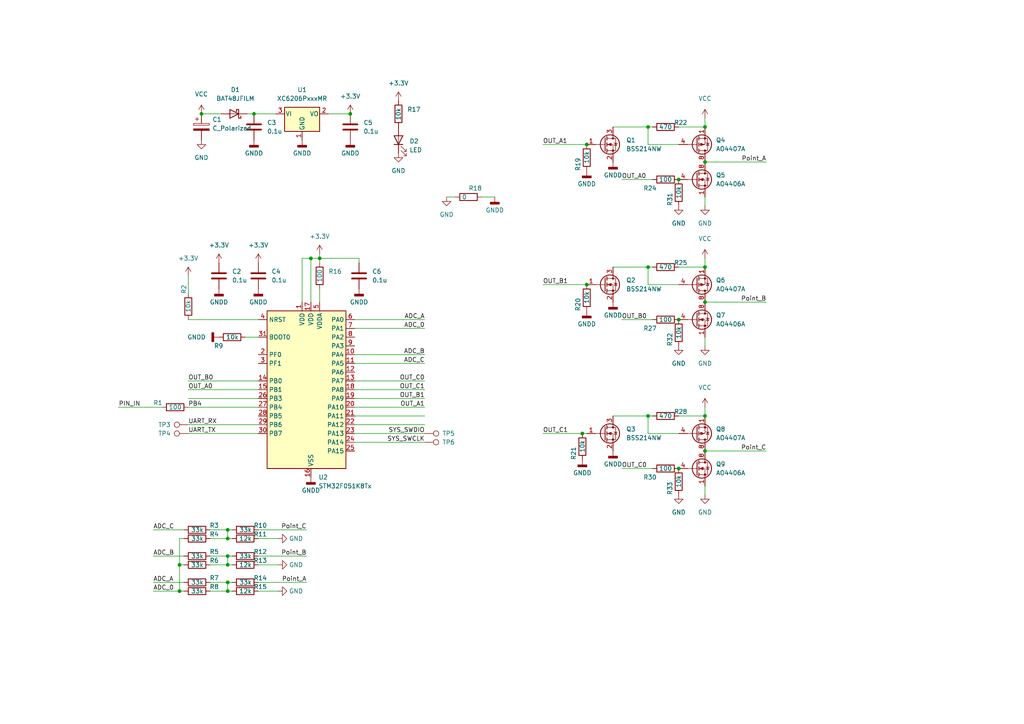
<source format=kicad_sch>
(kicad_sch (version 20230121) (generator eeschema)
  (paper "A4")
  (lib_symbols
    (symbol "Connector:TestPoint" (pin_numbers hide) (pin_names (offset 0.762) hide)
      (property "Reference" "TP" (at 0 6.858 0))
      (property "Value" "TestPoint" (at 0 5.08 0))
      (symbol "TestPoint_0_1"
        (circle (center 0 3.302) (radius 0.762))
      )
      (symbol "TestPoint_1_1"
        (pin passive line (at 0 0 90) (length 2.54) (name "1") (number "1"))
      )
    )
    (symbol "Device:C" (pin_numbers hide) (pin_names (offset 0.254))
      (property "Reference" "C" (at 0.635 2.54 0))
      (property "Value" "C" (at 0.635 -2.54 0))
      (symbol "C_0_1"
        (polyline (pts (xy -2.032 -0.762) (xy 2.032 -0.762)) (stroke (width 0.508)))
        (polyline (pts (xy -2.032 0.762) (xy 2.032 0.762)) (stroke (width 0.508)))
      )
      (symbol "C_1_1"
        (pin passive line (at 0 3.81 270) (length 2.794) (name "~") (number "1"))
        (pin passive line (at 0 -3.81 90) (length 2.794) (name "~") (number "2"))
      )
    )
    (symbol "Device:C_Polarized" (pin_numbers hide) (pin_names (offset 0.254))
      (property "Reference" "C" (at 0.635 2.54 0))
      (property "Value" "C_Polarized" (at 0.635 -2.54 0))
      (symbol "C_Polarized_0_1"
        (rectangle (start -2.286 0.508) (end 2.286 1.016))
        (polyline (pts (xy -1.778 2.286) (xy -0.762 2.286)))
        (polyline (pts (xy -1.27 2.794) (xy -1.27 1.778)))
        (rectangle (start 2.286 -0.508) (end -2.286 -1.016) (fill (type outline)))
      )
      (symbol "C_Polarized_1_1"
        (pin passive line (at 0 3.81 270) (length 2.794) (name "~") (number "1"))
        (pin passive line (at 0 -3.81 90) (length 2.794) (name "~") (number "2"))
      )
    )
    (symbol "Device:LED" (pin_numbers hide) (pin_names (offset 1.016) hide)
      (property "Reference" "D" (at 0 2.54 0))
      (property "Value" "LED" (at 0 -2.54 0))
      (symbol "LED_0_1"
        (polyline (pts (xy -1.27 -1.27) (xy -1.27 1.27)) (stroke (width 0.254)))
        (polyline (pts (xy -1.27 0) (xy 1.27 0)))
        (polyline (pts (xy 1.27 -1.27) (xy 1.27 1.27) (xy -1.27 0) (xy 1.27 -1.27)) (stroke (width 0.254)))
        (polyline (pts (xy -3.048 -0.762) (xy -4.572 -2.286) (xy -3.81 -2.286) (xy -4.572 -2.286) (xy -4.572 -1.524)))
        (polyline (pts (xy -1.778 -0.762) (xy -3.302 -2.286) (xy -2.54 -2.286) (xy -3.302 -2.286) (xy -3.302 -1.524)))
      )
      (symbol "LED_1_1"
        (pin passive line (at -3.81 0 0) (length 2.54) (name "K") (number "1"))
        (pin passive line (at 3.81 0 180) (length 2.54) (name "A") (number "2"))
      )
    )
    (symbol "Device:R" (pin_numbers hide) (pin_names (offset 0))
      (property "Reference" "R" (at 2.032 0 90))
      (property "Value" "R" (at 0 0 90))
      (symbol "R_0_1"
        (rectangle (start -1.016 -2.54) (end 1.016 2.54) (stroke (width 0.254)))
      )
      (symbol "R_1_1"
        (pin passive line (at 0 3.81 270) (length 1.27) (name "~") (number "1"))
        (pin passive line (at 0 -3.81 90) (length 1.27) (name "~") (number "2"))
      )
    )
    (symbol "Diode:BAT48JFILM" (pin_numbers hide) (pin_names (offset 1.016) hide)
      (property "Reference" "D" (at 0 2.54 0))
      (property "Value" "BAT48JFILM" (at 0 -2.54 0))
      (symbol "BAT48JFILM_0_1"
        (polyline (pts (xy 1.27 0) (xy -1.27 0)))
        (polyline (pts (xy 1.27 1.27) (xy 1.27 -1.27) (xy -1.27 0) (xy 1.27 1.27)) (stroke (width 0.254)))
        (polyline (pts (xy -1.905 0.635) (xy -1.905 1.27) (xy -1.27 1.27) (xy -1.27 -1.27) (xy -0.635 -1.27) (xy -0.635 -0.635)) (stroke (width 0.254)))
      )
      (symbol "BAT48JFILM_1_1"
        (pin passive line (at -3.81 0 0) (length 2.54) (name "K") (number "1"))
        (pin passive line (at 3.81 0 180) (length 2.54) (name "A") (number "2"))
      )
    )
    (symbol "MCU_ST_STM32F0:STM32F051K8Tx"
      (property "Reference" "U" (at -10.16 24.13 0))
      (property "Value" "STM32F051K8Tx" (at 7.62 24.13 0))
      (symbol "STM32F051K8Tx_0_1"
        (rectangle (start -10.16 -22.86) (end 12.7 22.86) (stroke (width 0.254)) (fill (type background)))
      )
      (symbol "STM32F051K8Tx_1_1"
        (pin power_in line (at 0 25.4 270) (length 2.54) (name "VDD") (number "1"))
        (pin bidirectional line (at 15.24 10.16 180) (length 2.54) (name "PA4") (number "10"))
        (pin bidirectional line (at 15.24 7.62 180) (length 2.54) (name "PA5") (number "11"))
        (pin bidirectional line (at 15.24 5.08 180) (length 2.54) (name "PA6") (number "12"))
        (pin bidirectional line (at 15.24 2.54 180) (length 2.54) (name "PA7") (number "13"))
        (pin bidirectional line (at -12.7 2.54 0) (length 2.54) (name "PB0") (number "14"))
        (pin bidirectional line (at -12.7 0 0) (length 2.54) (name "PB1") (number "15"))
        (pin power_in line (at 2.54 -25.4 90) (length 2.54) (name "VSS") (number "16"))
        (pin power_in line (at 2.54 25.4 270) (length 2.54) (name "VDD") (number "17"))
        (pin bidirectional line (at 15.24 0 180) (length 2.54) (name "PA8") (number "18"))
        (pin bidirectional line (at 15.24 -2.54 180) (length 2.54) (name "PA9") (number "19"))
        (pin bidirectional line (at -12.7 10.16 0) (length 2.54) (name "PF0") (number "2"))
        (pin bidirectional line (at 15.24 -5.08 180) (length 2.54) (name "PA10") (number "20"))
        (pin bidirectional line (at 15.24 -7.62 180) (length 2.54) (name "PA11") (number "21"))
        (pin bidirectional line (at 15.24 -10.16 180) (length 2.54) (name "PA12") (number "22"))
        (pin bidirectional line (at 15.24 -12.7 180) (length 2.54) (name "PA13") (number "23"))
        (pin bidirectional line (at 15.24 -15.24 180) (length 2.54) (name "PA14") (number "24"))
        (pin bidirectional line (at 15.24 -17.78 180) (length 2.54) (name "PA15") (number "25"))
        (pin bidirectional line (at -12.7 -2.54 0) (length 2.54) (name "PB3") (number "26"))
        (pin bidirectional line (at -12.7 -5.08 0) (length 2.54) (name "PB4") (number "27"))
        (pin bidirectional line (at -12.7 -7.62 0) (length 2.54) (name "PB5") (number "28"))
        (pin bidirectional line (at -12.7 -10.16 0) (length 2.54) (name "PB6") (number "29"))
        (pin bidirectional line (at -12.7 7.62 0) (length 2.54) (name "PF1") (number "3"))
        (pin bidirectional line (at -12.7 -12.7 0) (length 2.54) (name "PB7") (number "30"))
        (pin input line (at -12.7 15.24 0) (length 2.54) (name "BOOT0") (number "31"))
        (pin passive line (at 2.54 -25.4 90) (length 2.54) hide (name "VSS") (number "32"))
        (pin input line (at -12.7 20.32 0) (length 2.54) (name "NRST") (number "4"))
        (pin power_in line (at 5.08 25.4 270) (length 2.54) (name "VDDA") (number "5"))
        (pin bidirectional line (at 15.24 20.32 180) (length 2.54) (name "PA0") (number "6"))
        (pin bidirectional line (at 15.24 17.78 180) (length 2.54) (name "PA1") (number "7"))
        (pin bidirectional line (at 15.24 15.24 180) (length 2.54) (name "PA2") (number "8"))
        (pin bidirectional line (at 15.24 12.7 180) (length 2.54) (name "PA3") (number "9"))
      )
    )
    (symbol "Regulator_Linear:XC6206PxxxMR" (pin_names (offset 0.254))
      (property "Reference" "U" (at -3.81 3.175 0))
      (property "Value" "XC6206PxxxMR" (at 0 3.175 0))
      (symbol "XC6206PxxxMR_0_1"
        (rectangle (start -5.08 1.905) (end 5.08 -5.08) (stroke (width 0.254)) (fill (type background)))
      )
      (symbol "XC6206PxxxMR_1_1"
        (pin power_in line (at 0 -7.62 90) (length 2.54) (name "GND") (number "1"))
        (pin power_out line (at 7.62 0 180) (length 2.54) (name "VO") (number "2"))
        (pin power_in line (at -7.62 0 0) (length 2.54) (name "VI") (number "3"))
      )
    )
    (symbol "Transistor_FET:BSS214NW" (pin_names hide)
      (property "Reference" "Q" (at 5.08 1.905 0))
      (property "Value" "BSS214NW" (at 5.08 0 0))
      (symbol "BSS214NW_0_1"
        (polyline (pts (xy 0.254 0) (xy -2.54 0)))
        (polyline (pts (xy 0.254 1.905) (xy 0.254 -1.905)) (stroke (width 0.254)))
        (polyline (pts (xy 0.762 -1.27) (xy 0.762 -2.286)) (stroke (width 0.254)))
        (polyline (pts (xy 0.762 0.508) (xy 0.762 -0.508)) (stroke (width 0.254)))
        (polyline (pts (xy 0.762 2.286) (xy 0.762 1.27)) (stroke (width 0.254)))
        (polyline (pts (xy 2.54 2.54) (xy 2.54 1.778)))
        (polyline (pts (xy 2.54 -2.54) (xy 2.54 0) (xy 0.762 0)))
        (polyline (pts (xy 0.762 -1.778) (xy 3.302 -1.778) (xy 3.302 1.778) (xy 0.762 1.778)))
        (polyline (pts (xy 1.016 0) (xy 2.032 0.381) (xy 2.032 -0.381) (xy 1.016 0)) (fill (type outline)))
        (polyline (pts (xy 2.794 0.508) (xy 2.921 0.381) (xy 3.683 0.381) (xy 3.81 0.254)))
        (polyline (pts (xy 3.302 0.381) (xy 2.921 -0.254) (xy 3.683 -0.254) (xy 3.302 0.381)))
        (circle (center 1.651 0) (radius 2.794) (stroke (width 0.254)))
        (circle (center 2.54 -1.778) (radius 0.254) (fill (type outline)))
        (circle (center 2.54 1.778) (radius 0.254) (fill (type outline)))
      )
      (symbol "BSS214NW_1_1"
        (pin input line (at -5.08 0 0) (length 2.54) (name "G") (number "1"))
        (pin passive line (at 2.54 -5.08 90) (length 2.54) (name "S") (number "2"))
        (pin passive line (at 2.54 5.08 270) (length 2.54) (name "D") (number "3"))
      )
    )
    (symbol "Transistor_FET:FDS6630A" (pin_names hide)
      (property "Reference" "Q" (at 5.08 2.54 0))
      (property "Value" "FDS6630A" (at 5.08 0 0))
      (symbol "FDS6630A_0_1"
        (polyline (pts (xy 0.254 0) (xy -2.54 0)))
        (polyline (pts (xy 0.254 1.905) (xy 0.254 -1.905)) (stroke (width 0.254)))
        (polyline (pts (xy 0.762 -1.27) (xy 0.762 -2.286)) (stroke (width 0.254)))
        (polyline (pts (xy 0.762 0.508) (xy 0.762 -0.508)) (stroke (width 0.254)))
        (polyline (pts (xy 0.762 2.286) (xy 0.762 1.27)) (stroke (width 0.254)))
        (polyline (pts (xy 2.54 2.54) (xy 2.54 1.778)))
        (polyline (pts (xy 2.54 -2.54) (xy 2.54 0) (xy 0.762 0)))
        (polyline (pts (xy 0.762 -1.778) (xy 3.302 -1.778) (xy 3.302 1.778) (xy 0.762 1.778)))
        (polyline (pts (xy 1.016 0) (xy 2.032 0.381) (xy 2.032 -0.381) (xy 1.016 0)) (fill (type outline)))
        (polyline (pts (xy 2.794 0.508) (xy 2.921 0.381) (xy 3.683 0.381) (xy 3.81 0.254)))
        (polyline (pts (xy 3.302 0.381) (xy 2.921 -0.254) (xy 3.683 -0.254) (xy 3.302 0.381)))
        (circle (center 1.651 0) (radius 2.794) (stroke (width 0.254)))
        (circle (center 2.54 -1.778) (radius 0.254) (fill (type outline)))
        (circle (center 2.54 1.778) (radius 0.254) (fill (type outline)))
      )
      (symbol "FDS6630A_1_1"
        (pin passive line (at 2.54 -5.08 90) (length 2.54) (name "S") (number "1"))
        (pin passive line (at 2.54 -5.08 90) (length 2.54) hide (name "S") (number "2"))
        (pin passive line (at 2.54 -5.08 90) (length 2.54) hide (name "S") (number "3"))
        (pin input line (at -5.08 0 0) (length 2.54) (name "G") (number "4"))
        (pin passive line (at 2.54 5.08 270) (length 2.54) hide (name "D") (number "5"))
        (pin passive line (at 2.54 5.08 270) (length 2.54) hide (name "D") (number "6"))
        (pin passive line (at 2.54 5.08 270) (length 2.54) hide (name "D") (number "7"))
        (pin passive line (at 2.54 5.08 270) (length 2.54) (name "D") (number "8"))
      )
    )
    (symbol "Transistor_FET:FDS9435A" (pin_names hide)
      (property "Reference" "Q" (at 5.08 1.905 0))
      (property "Value" "FDS9435A" (at 5.08 0 0))
      (symbol "FDS9435A_0_1"
        (polyline (pts (xy 0.254 0) (xy -2.54 0)))
        (polyline (pts (xy 0.254 1.905) (xy 0.254 -1.905)) (stroke (width 0.254)))
        (polyline (pts (xy 0.762 -1.27) (xy 0.762 -2.286)) (stroke (width 0.254)))
        (polyline (pts (xy 0.762 0.508) (xy 0.762 -0.508)) (stroke (width 0.254)))
        (polyline (pts (xy 0.762 2.286) (xy 0.762 1.27)) (stroke (width 0.254)))
        (polyline (pts (xy 2.54 2.54) (xy 2.54 1.778)))
        (polyline (pts (xy 2.54 -2.54) (xy 2.54 0) (xy 0.762 0)))
        (polyline (pts (xy 0.762 1.778) (xy 3.302 1.778) (xy 3.302 -1.778) (xy 0.762 -1.778)))
        (polyline (pts (xy 2.286 0) (xy 1.27 0.381) (xy 1.27 -0.381) (xy 2.286 0)) (fill (type outline)))
        (polyline (pts (xy 2.794 -0.508) (xy 2.921 -0.381) (xy 3.683 -0.381) (xy 3.81 -0.254)))
        (polyline (pts (xy 3.302 -0.381) (xy 2.921 0.254) (xy 3.683 0.254) (xy 3.302 -0.381)))
        (circle (center 1.651 0) (radius 2.794) (stroke (width 0.254)))
        (circle (center 2.54 -1.778) (radius 0.254) (fill (type outline)))
        (circle (center 2.54 1.778) (radius 0.254) (fill (type outline)))
      )
      (symbol "FDS9435A_1_1"
        (pin passive line (at 2.54 -5.08 90) (length 2.54) (name "S") (number "1"))
        (pin passive line (at 2.54 -5.08 90) (length 2.54) hide (name "S") (number "2"))
        (pin passive line (at 2.54 -5.08 90) (length 2.54) hide (name "S") (number "3"))
        (pin passive line (at -5.08 0 0) (length 2.54) (name "G") (number "4"))
        (pin passive line (at 2.54 5.08 270) (length 2.54) hide (name "D") (number "5"))
        (pin passive line (at 2.54 5.08 270) (length 2.54) hide (name "D") (number "6"))
        (pin passive line (at 2.54 5.08 270) (length 2.54) hide (name "D") (number "7"))
        (pin passive line (at 2.54 5.08 270) (length 2.54) (name "D") (number "8"))
      )
    )
    (symbol "power:+3.3V" (power) (pin_names (offset 0))
      (property "Value" "+3.3V" (at 0 3.556 0))
      (symbol "+3.3V_0_1"
        (polyline (pts (xy -0.762 1.27) (xy 0 2.54)))
        (polyline (pts (xy 0 0) (xy 0 2.54)))
        (polyline (pts (xy 0 2.54) (xy 0.762 1.27)))
      )
      (symbol "+3.3V_1_1"
        (pin power_in line (at 0 0 90) (length 0) hide (name "+3.3V") (number "1"))
      )
    )
    (symbol "power:GND" (power) (pin_names (offset 0))
      (property "Value" "GND" (at 0 -3.81 0))
      (symbol "GND_0_1"
        (polyline (pts (xy 0 0) (xy 0 -1.27) (xy 1.27 -1.27) (xy 0 -2.54) (xy -1.27 -1.27) (xy 0 -1.27)))
      )
      (symbol "GND_1_1"
        (pin power_in line (at 0 0 270) (length 0) hide (name "GND") (number "1"))
      )
    )
    (symbol "power:GNDD" (power) (pin_names (offset 0))
      (property "Value" "GNDD" (at 0 -3.175 0))
      (symbol "GNDD_0_1"
        (rectangle (start -1.27 -1.524) (end 1.27 -2.032) (stroke (width 0.254)) (fill (type outline)))
        (polyline (pts (xy 0 0) (xy 0 -1.524)))
      )
      (symbol "GNDD_1_1"
        (pin power_in line (at 0 0 270) (length 0) hide (name "GNDD") (number "1"))
      )
    )
    (symbol "power:VCC" (power) (pin_names (offset 0))
      (property "Value" "VCC" (at 0 3.81 0))
      (symbol "VCC_0_1"
        (polyline (pts (xy -0.762 1.27) (xy 0 2.54)))
        (polyline (pts (xy 0 0) (xy 0 2.54)))
        (polyline (pts (xy 0 2.54) (xy 0.762 1.27)))
      )
      (symbol "VCC_1_1"
        (pin power_in line (at 0 0 90) (length 0) hide (name "VCC") (number "1"))
      )
    )
  )
  (junction (at 204.47 120.65))
  (junction (at 73.66 33.02))
  (junction (at 52.07 163.83))
  (junction (at 204.47 130.81))
  (junction (at 168.91 125.73))
  (junction (at 187.96 36.83))
  (junction (at 196.85 52.07))
  (junction (at 204.47 77.47))
  (junction (at 187.96 120.65))
  (junction (at 90.17 74.93))
  (junction (at 52.07 171.45))
  (junction (at 58.42 33.02))
  (junction (at 101.6 33.02))
  (junction (at 187.96 77.47))
  (junction (at 170.18 41.91))
  (junction (at 66.04 163.83))
  (junction (at 66.04 156.21))
  (junction (at 196.85 92.71))
  (junction (at 66.04 168.91))
  (junction (at 66.04 171.45))
  (junction (at 66.04 161.29))
  (junction (at 170.18 82.55))
  (junction (at 204.47 87.63))
  (junction (at 92.71 74.93))
  (junction (at 204.47 36.83))
  (junction (at 66.04 153.67))
  (junction (at 196.85 135.89))
  (junction (at 204.47 46.99))
  (wire (pts (xy 44.45 153.67) (xy 53.34 153.67)))
  (wire (pts (xy 102.87 128.27) (xy 123.19 128.27)))
  (wire (pts (xy 102.87 118.11) (xy 123.19 118.11)))
  (wire (pts (xy 66.04 161.29) (xy 66.04 163.83)))
  (wire (pts (xy 157.48 41.91) (xy 170.18 41.91)))
  (wire (pts (xy 44.45 161.29) (xy 53.34 161.29)))
  (wire (pts (xy 60.96 153.67) (xy 66.04 153.67)))
  (wire (pts (xy 54.61 115.57) (xy 74.93 115.57)))
  (wire (pts (xy 71.12 97.79) (xy 74.93 97.79)))
  (wire (pts (xy 73.66 33.02) (xy 80.01 33.02)))
  (wire (pts (xy 87.63 74.93) (xy 87.63 87.63)))
  (wire (pts (xy 60.96 163.83) (xy 66.04 163.83)))
  (wire (pts (xy 187.96 41.91) (xy 196.85 41.91)))
  (wire (pts (xy 180.34 52.07) (xy 189.23 52.07)))
  (wire (pts (xy 34.29 118.11) (xy 46.99 118.11)))
  (wire (pts (xy 177.8 36.83) (xy 187.96 36.83)))
  (wire (pts (xy 58.42 33.02) (xy 64.135 33.02)))
  (wire (pts (xy 92.71 83.82) (xy 92.71 87.63)))
  (wire (pts (xy 204.47 34.29) (xy 204.47 36.83)))
  (wire (pts (xy 102.87 102.87) (xy 123.19 102.87)))
  (wire (pts (xy 187.96 125.73) (xy 196.85 125.73)))
  (wire (pts (xy 168.91 125.73) (xy 170.18 125.73)))
  (wire (pts (xy 60.96 161.29) (xy 66.04 161.29)))
  (wire (pts (xy 187.96 125.73) (xy 187.96 120.65)))
  (wire (pts (xy 52.07 163.83) (xy 53.34 163.83)))
  (wire (pts (xy 90.17 74.93) (xy 87.63 74.93)))
  (wire (pts (xy 196.85 120.65) (xy 204.47 120.65)))
  (wire (pts (xy 54.61 92.71) (xy 74.93 92.71)))
  (wire (pts (xy 74.93 161.29) (xy 88.9 161.29)))
  (wire (pts (xy 66.04 153.67) (xy 67.31 153.67)))
  (wire (pts (xy 102.87 125.73) (xy 123.19 125.73)))
  (wire (pts (xy 90.17 74.93) (xy 90.17 87.63)))
  (wire (pts (xy 187.96 77.47) (xy 189.23 77.47)))
  (wire (pts (xy 53.34 156.21) (xy 52.07 156.21)))
  (wire (pts (xy 66.04 156.21) (xy 67.31 156.21)))
  (wire (pts (xy 143.51 57.15) (xy 139.7 57.15)))
  (wire (pts (xy 52.07 163.83) (xy 52.07 171.45)))
  (wire (pts (xy 54.61 80.01) (xy 54.61 85.09)))
  (wire (pts (xy 187.96 36.83) (xy 189.23 36.83)))
  (wire (pts (xy 187.96 41.91) (xy 187.96 36.83)))
  (wire (pts (xy 92.71 74.93) (xy 90.17 74.93)))
  (wire (pts (xy 74.93 153.67) (xy 88.9 153.67)))
  (wire (pts (xy 66.04 168.91) (xy 67.31 168.91)))
  (wire (pts (xy 66.04 153.67) (xy 66.04 156.21)))
  (wire (pts (xy 102.87 105.41) (xy 123.19 105.41)))
  (wire (pts (xy 44.45 171.45) (xy 52.07 171.45)))
  (wire (pts (xy 204.47 74.93) (xy 204.47 77.47)))
  (wire (pts (xy 54.61 118.11) (xy 74.93 118.11)))
  (wire (pts (xy 129.54 57.15) (xy 132.08 57.15)))
  (wire (pts (xy 54.61 110.49) (xy 74.93 110.49)))
  (wire (pts (xy 104.14 76.2) (xy 104.14 74.93)))
  (wire (pts (xy 102.87 120.65) (xy 123.19 120.65)))
  (wire (pts (xy 102.87 123.19) (xy 123.19 123.19)))
  (wire (pts (xy 74.93 171.45) (xy 80.645 171.45)))
  (wire (pts (xy 71.755 33.02) (xy 73.66 33.02)))
  (wire (pts (xy 52.07 156.21) (xy 52.07 163.83)))
  (wire (pts (xy 187.96 82.55) (xy 187.96 77.47)))
  (wire (pts (xy 54.61 125.73) (xy 74.93 125.73)))
  (wire (pts (xy 66.04 163.83) (xy 67.31 163.83)))
  (wire (pts (xy 102.87 95.25) (xy 123.19 95.25)))
  (wire (pts (xy 157.48 82.55) (xy 170.18 82.55)))
  (wire (pts (xy 54.61 123.19) (xy 74.93 123.19)))
  (wire (pts (xy 196.85 36.83) (xy 204.47 36.83)))
  (wire (pts (xy 60.96 171.45) (xy 66.04 171.45)))
  (wire (pts (xy 44.45 168.91) (xy 53.34 168.91)))
  (wire (pts (xy 92.71 74.93) (xy 92.71 73.66)))
  (wire (pts (xy 66.04 171.45) (xy 67.31 171.45)))
  (wire (pts (xy 74.93 168.91) (xy 88.9 168.91)))
  (wire (pts (xy 104.14 74.93) (xy 92.71 74.93)))
  (wire (pts (xy 204.47 57.15) (xy 204.47 59.69)))
  (wire (pts (xy 102.87 110.49) (xy 123.19 110.49)))
  (wire (pts (xy 177.8 77.47) (xy 187.96 77.47)))
  (wire (pts (xy 102.87 92.71) (xy 123.19 92.71)))
  (wire (pts (xy 204.47 97.79) (xy 204.47 100.33)))
  (wire (pts (xy 74.93 163.83) (xy 80.645 163.83)))
  (wire (pts (xy 204.47 87.63) (xy 222.25 87.63)))
  (wire (pts (xy 204.47 140.97) (xy 204.47 143.51)))
  (wire (pts (xy 102.87 115.57) (xy 123.19 115.57)))
  (wire (pts (xy 204.47 118.11) (xy 204.47 120.65)))
  (wire (pts (xy 74.93 156.21) (xy 80.645 156.21)))
  (wire (pts (xy 187.96 120.65) (xy 189.23 120.65)))
  (wire (pts (xy 180.34 92.71) (xy 189.23 92.71)))
  (wire (pts (xy 180.34 135.89) (xy 189.23 135.89)))
  (wire (pts (xy 177.8 120.65) (xy 187.96 120.65)))
  (wire (pts (xy 66.04 161.29) (xy 67.31 161.29)))
  (wire (pts (xy 157.48 125.73) (xy 168.91 125.73)))
  (wire (pts (xy 52.07 171.45) (xy 53.34 171.45)))
  (wire (pts (xy 102.87 113.03) (xy 123.19 113.03)))
  (wire (pts (xy 66.04 168.91) (xy 66.04 171.45)))
  (wire (pts (xy 95.25 33.02) (xy 101.6 33.02)))
  (wire (pts (xy 204.47 46.99) (xy 222.25 46.99)))
  (wire (pts (xy 92.71 76.2) (xy 92.71 74.93)))
  (wire (pts (xy 60.96 168.91) (xy 66.04 168.91)))
  (wire (pts (xy 204.47 130.81) (xy 222.25 130.81)))
  (wire (pts (xy 54.61 113.03) (xy 74.93 113.03)))
  (wire (pts (xy 60.96 156.21) (xy 66.04 156.21)))
  (wire (pts (xy 187.96 82.55) (xy 196.85 82.55)))
  (wire (pts (xy 196.85 77.47) (xy 204.47 77.47)))
  (label "Point_A" (at 222.25 46.99 180))
  (label "ADC_A" (at 123.19 92.71 180))
  (label "ADC_B" (at 123.19 102.87 180))
  (label "ADC_C" (at 123.19 105.41 180))
  (label "PIN_IN" (at 34.4208 118.11 0))
  (label "OUT_B1" (at 157.48 82.55 0))
  (label "OUT_A0" (at 180.34 52.07 0))
  (label "ADC_0" (at 123.19 95.25 180))
  (label "OUT_C0" (at 180.34 135.89 0))
  (label "Point_B" (at 222.25 87.63 180))
  (label "OUT_A1" (at 157.48 41.91 0))
  (label "Point_C" (at 222.25 130.81 180))
  (label "UART_RX" (at 54.61 123.19 0))
  (label "SYS_SWDIO" (at 123.19 125.73 180))
  (label "Point_A" (at 88.9 168.91 180))
  (label "ADC_0" (at 44.45 171.45 0))
  (label "ADC_C" (at 44.45 153.67 0))
  (label "OUT_C1" (at 157.48 125.73 0))
  (label "OUT_A1" (at 123.19 118.11 180))
  (label "OUT_C0" (at 123.19 110.49 180))
  (label "ADC_B" (at 44.45 161.29 0))
  (label "Point_B" (at 88.9 161.29 180))
  (label "UART_TX" (at 54.61 125.73 0))
  (label "Point_C" (at 88.9 153.67 180))
  (label "ADC_A" (at 44.45 168.91 0))
  (label "OUT_B1" (at 123.19 115.57 180))
  (label "SYS_SWCLK" (at 123.19 128.27 180))
  (label "OUT_B0" (at 180.34 92.71 0))
  (label "OUT_C1" (at 123.19 113.03 180))
  (label "PB4" (at 54.61 118.11 0))
  (label "OUT_B0" (at 54.61 110.49 0))
  (label "OUT_A0" (at 54.61 113.03 0))
  (symbol (lib_id "power:+3.3V") (at 74.93 76.2 0) (unit 1)
    (property "Reference" "#PWR08" (effects hide))
    (property "Value" "+3.3V" (at 74.93 71.12 0))
  )
  (symbol (lib_id "power:GNDD") (at 74.93 83.82 0) (unit 1)
    (property "Reference" "#PWR09" (effects hide))
    (property "Value" "GNDD" (at 74.93 87.63 0))
  )
  (symbol (lib_id "power:GND") (at 196.85 143.51 0) (unit 1)
    (property "Reference" "#PWR031" (effects hide))
    (property "Value" "GND" (at 196.85 148.59 0))
  )
  (symbol (lib_id "power:+3.3V") (at 92.71 73.66 0) (unit 1)
    (property "Reference" "#PWR015" (effects hide))
    (property "Value" "+3.3V" (at 92.71 68.58 0))
  )
  (symbol (lib_id "power:GND") (at 115.57 44.45 0) (unit 1)
    (property "Reference" "#PWR020" (effects hide))
    (property "Value" "GND" (at 115.57 49.53 0))
  )
  (symbol (lib_id "power:GNDD") (at 101.6 40.64 0) (unit 1)
    (property "Reference" "#PWR017" (effects hide))
    (property "Value" "GNDD" (at 101.6 44.45 0))
  )
  (symbol (lib_id "Device:R") (at 135.89 57.15 270) (mirror x) (unit 1)
    (property "Reference" "R18" (at 135.89 54.61 90) (effects (justify left)))
    (property "Value" "0" (at 133.985 57.15 90) (effects (justify left)))
    (property "Footprint" "Resistor_SMD:R_0402_1005Metric" (effects hide))
  )
  (symbol (lib_id "Device:C_Polarized") (at 58.42 36.83 0) (unit 1)
    (property "Reference" "C1" (at 61.595 34.6709 0) (effects (justify left)))
    (property "Value" "C_Polarized" (at 61.595 37.2109 0) (effects (justify left)))
    (property "Footprint" "Capacitor_Tantalum_SMD:CP_EIA-6032-28_Kemet-C" (effects hide))
  )
  (symbol (lib_id "Device:R") (at 57.15 163.83 90) (unit 1)
    (property "Reference" "R6" (at 63.5 162.56 90) (effects (justify left)))
    (property "Value" "33k" (at 59.055 163.83 90) (effects (justify left)))
    (property "Footprint" "Resistor_SMD:R_0402_1005Metric" (effects hide))
  )
  (symbol (lib_id "Device:R") (at 196.85 139.7 180) (unit 1)
    (property "Reference" "R33" (at 194.31 139.7 90) (effects (justify left)))
    (property "Value" "10k" (at 196.85 137.795 90) (effects (justify left)))
    (property "Footprint" "Resistor_SMD:R_0402_1005Metric" (effects hide))
  )
  (symbol (lib_id "Connector:TestPoint") (at 54.61 123.19 90) (mirror x) (unit 1)
    (property "Reference" "TP3" (at 49.53 123.19 90) (effects (justify left)))
    (property "Value" "TestPoint" (effects hide))
    (property "Footprint" "TestPoint:TestPoint_Pad_D1.0mm" (effects hide))
  )
  (symbol (lib_id "Device:R") (at 193.04 77.47 90) (unit 1)
    (property "Reference" "R25" (at 199.39 76.2 90) (effects (justify left)))
    (property "Value" "470" (at 194.945 77.47 90) (effects (justify left)))
    (property "Footprint" "Resistor_SMD:R_0402_1005Metric" (effects hide))
  )
  (symbol (lib_id "power:GND") (at 80.645 156.21 90) (unit 1)
    (property "Reference" "#PWR010" (effects hide))
    (property "Value" "GND" (at 83.82 156.2099 90) (effects (justify right)))
  )
  (symbol (lib_id "Transistor_FET:BSS214NW") (at 175.26 82.55 0) (unit 1)
    (property "Reference" "Q2" (at 181.61 81.28 0) (effects (justify left)))
    (property "Value" "BSS214NW" (at 181.61 83.82 0) (effects (justify left)))
    (property "Footprint" "Package_TO_SOT_SMD:SOT-323_SC-70" (effects hide))
    (property "Datasheet" "https://www.infineon.com/dgdl/Infineon-BSS214NW-DS-v02_02-en.pdf?fileId=db3a30431b3e89eb011b695aebc01bde" (effects hide))
  )
  (symbol (lib_id "Device:R") (at 54.61 88.9 180) (unit 1)
    (property "Reference" "R2" (at 53.34 82.55 90) (effects (justify left)))
    (property "Value" "10k" (at 54.61 86.995 90) (effects (justify left)))
    (property "Footprint" "Resistor_SMD:R_0402_1005Metric" (effects hide))
  )
  (symbol (lib_id "Device:LED") (at 115.57 40.64 90) (unit 1)
    (property "Reference" "D2" (at 118.745 40.9574 90) (effects (justify right)))
    (property "Value" "LED" (at 118.745 43.4974 90) (effects (justify right)))
    (property "Footprint" "LED_SMD:LED_0805_2012Metric" (effects hide))
  )
  (symbol (lib_id "power:VCC") (at 204.47 118.11 0) (unit 1)
    (property "Reference" "#PWR036" (effects hide))
    (property "Value" "VCC" (at 204.47 112.395 0))
  )
  (symbol (lib_id "Connector:TestPoint") (at 123.19 125.73 270) (unit 1)
    (property "Reference" "TP5" (at 128.27 125.73 90) (effects (justify left)))
    (property "Value" "TestPoint" (effects hide))
    (property "Footprint" "TestPoint:TestPoint_Pad_D1.0mm" (effects hide))
  )
  (symbol (lib_id "Device:C") (at 73.66 36.83 0) (unit 1)
    (property "Reference" "C3" (at 77.47 35.5599 0) (effects (justify left)))
    (property "Value" "0.1u" (at 77.47 38.0999 0) (effects (justify left)))
    (property "Footprint" "Capacitor_SMD:C_0402_1005Metric" (effects hide))
  )
  (symbol (lib_id "Device:R") (at 57.15 156.21 90) (unit 1)
    (property "Reference" "R4" (at 63.5 154.94 90) (effects (justify left)))
    (property "Value" "33k" (at 59.055 156.21 90) (effects (justify left)))
    (property "Footprint" "Resistor_SMD:R_0402_1005Metric" (effects hide))
  )
  (symbol (lib_id "Device:R") (at 193.04 135.89 90) (unit 1)
    (property "Reference" "R30" (at 190.5 138.43 90) (effects (justify left)))
    (property "Value" "100" (at 194.945 135.89 90) (effects (justify left)))
    (property "Footprint" "Resistor_SMD:R_0402_1005Metric" (effects hide))
  )
  (symbol (lib_id "Device:R") (at 170.18 45.72 180) (unit 1)
    (property "Reference" "R19" (at 167.64 45.72 90) (effects (justify left)))
    (property "Value" "10k" (at 170.18 43.815 90) (effects (justify left)))
    (property "Footprint" "Resistor_SMD:R_0402_1005Metric" (effects hide))
  )
  (symbol (lib_id "power:VCC") (at 204.47 34.29 0) (unit 1)
    (property "Reference" "#PWR032" (effects hide))
    (property "Value" "VCC" (at 204.47 28.575 0))
  )
  (symbol (lib_id "Device:R") (at 71.12 156.21 90) (unit 1)
    (property "Reference" "R11" (at 77.47 154.94 90) (effects (justify left)))
    (property "Value" "12k" (at 73.025 156.21 90) (effects (justify left)))
    (property "Footprint" "Resistor_SMD:R_0402_1005Metric" (effects hide))
  )
  (symbol (lib_id "Transistor_FET:FDS6630A") (at 201.93 92.71 0) (unit 1)
    (property "Reference" "Q7" (at 207.645 91.44 0) (effects (justify left)))
    (property "Value" "AO4406A" (at 207.645 93.98 0) (effects (justify left)))
    (property "Footprint" "Package_SO:SOIC-8_3.9x4.9mm_P1.27mm" (effects hide))
    (property "Datasheet" "http://www.onsemi.com/pub/Collateral/FDS6630A-D.pdf" (effects hide))
  )
  (symbol (lib_id "power:GND") (at 58.42 40.64 0) (unit 1)
    (property "Reference" "#PWR03" (effects hide))
    (property "Value" "GND" (at 58.42 45.72 0))
  )
  (symbol (lib_id "Device:R") (at 57.15 153.67 90) (unit 1)
    (property "Reference" "R3" (at 63.5 152.4 90) (effects (justify left)))
    (property "Value" "33k" (at 59.055 153.67 90) (effects (justify left)))
    (property "Footprint" "Resistor_SMD:R_0402_1005Metric" (effects hide))
  )
  (symbol (lib_id "power:GNDD") (at 90.17 138.43 0) (unit 1)
    (property "Reference" "#PWR014" (effects hide))
    (property "Value" "GNDD" (at 90.17 142.24 0))
  )
  (symbol (lib_id "power:GNDD") (at 177.8 130.81 0) (unit 1)
    (property "Reference" "#PWR024" (effects hide))
    (property "Value" "GNDD" (at 177.8 134.62 0))
  )
  (symbol (lib_id "Device:R") (at 92.71 80.01 0) (unit 1)
    (property "Reference" "R16" (at 95.25 78.7399 0) (effects (justify left)))
    (property "Value" "100" (at 92.71 81.915 90) (effects (justify left)))
    (property "Footprint" "Resistor_SMD:R_0402_1005Metric" (effects hide))
  )
  (symbol (lib_id "power:+3.3V") (at 54.61 80.01 0) (unit 1)
    (property "Reference" "#PWR01" (effects hide))
    (property "Value" "+3.3V" (at 54.61 74.93 0))
  )
  (symbol (lib_id "Connector:TestPoint") (at 54.61 125.73 90) (mirror x) (unit 1)
    (property "Reference" "TP4" (at 49.53 125.73 90) (effects (justify left)))
    (property "Value" "TestPoint" (effects hide))
    (property "Footprint" "TestPoint:TestPoint_Pad_D1.0mm" (effects hide))
  )
  (symbol (lib_id "Device:R") (at 71.12 168.91 90) (unit 1)
    (property "Reference" "R14" (at 77.47 167.64 90) (effects (justify left)))
    (property "Value" "33k" (at 73.025 168.91 90) (effects (justify left)))
    (property "Footprint" "Resistor_SMD:R_0402_1005Metric" (effects hide))
  )
  (symbol (lib_id "Device:R") (at 57.15 171.45 90) (unit 1)
    (property "Reference" "R8" (at 63.5 170.18 90) (effects (justify left)))
    (property "Value" "33k" (at 59.055 171.45 90) (effects (justify left)))
    (property "Footprint" "Resistor_SMD:R_0402_1005Metric" (effects hide))
  )
  (symbol (lib_id "power:GNDD") (at 73.66 40.64 0) (unit 1)
    (property "Reference" "#PWR07" (effects hide))
    (property "Value" "GNDD" (at 73.66 44.45 0))
  )
  (symbol (lib_id "Device:R") (at 196.85 55.88 180) (unit 1)
    (property "Reference" "R31" (at 194.31 55.88 90) (effects (justify left)))
    (property "Value" "10k" (at 196.85 53.975 90) (effects (justify left)))
    (property "Footprint" "Resistor_SMD:R_0402_1005Metric" (effects hide))
  )
  (symbol (lib_id "power:+3.3V") (at 63.5 76.2 0) (unit 1)
    (property "Reference" "#PWR04" (effects hide))
    (property "Value" "+3.3V" (at 63.5 71.12 0))
  )
  (symbol (lib_id "power:+3.3V") (at 101.6 33.02 0) (unit 1)
    (property "Reference" "#PWR016" (effects hide))
    (property "Value" "+3.3V" (at 101.6 27.94 0))
  )
  (symbol (lib_id "Device:R") (at 57.15 161.29 90) (unit 1)
    (property "Reference" "R5" (at 63.5 160.02 90) (effects (justify left)))
    (property "Value" "33k" (at 59.055 161.29 90) (effects (justify left)))
    (property "Footprint" "Resistor_SMD:R_0402_1005Metric" (effects hide))
  )
  (symbol (lib_id "Device:R") (at 193.04 36.83 90) (unit 1)
    (property "Reference" "R22" (at 199.39 35.56 90) (effects (justify left)))
    (property "Value" "470" (at 194.945 36.83 90) (effects (justify left)))
    (property "Footprint" "Resistor_SMD:R_0402_1005Metric" (effects hide))
  )
  (symbol (lib_id "power:GND") (at 204.47 100.33 0) (unit 1)
    (property "Reference" "#PWR035" (effects hide))
    (property "Value" "GND" (at 204.47 105.41 0))
  )
  (symbol (lib_id "Device:R") (at 193.04 92.71 90) (unit 1)
    (property "Reference" "R27" (at 190.5 95.25 90) (effects (justify left)))
    (property "Value" "100" (at 194.945 92.71 90) (effects (justify left)))
    (property "Footprint" "Resistor_SMD:R_0402_1005Metric" (effects hide))
  )
  (symbol (lib_id "power:VCC") (at 58.42 33.02 0) (unit 1)
    (property "Reference" "#PWR02" (effects hide))
    (property "Value" "VCC" (at 58.42 27.305 0))
  )
  (symbol (lib_id "power:GNDD") (at 170.18 49.53 0) (unit 1)
    (property "Reference" "#PWR027" (effects hide))
    (property "Value" "GNDD" (at 170.18 53.34 0))
  )
  (symbol (lib_id "Transistor_FET:BSS214NW") (at 175.26 41.91 0) (unit 1)
    (property "Reference" "Q1" (at 181.61 40.64 0) (effects (justify left)))
    (property "Value" "BSS214NW" (at 181.61 43.18 0) (effects (justify left)))
    (property "Footprint" "Package_TO_SOT_SMD:SOT-323_SC-70" (effects hide))
    (property "Datasheet" "https://www.infineon.com/dgdl/Infineon-BSS214NW-DS-v02_02-en.pdf?fileId=db3a30431b3e89eb011b695aebc01bde" (effects hide))
  )
  (symbol (lib_id "power:GNDD") (at 170.18 90.17 0) (unit 1)
    (property "Reference" "#PWR025" (effects hide))
    (property "Value" "GNDD" (at 170.18 93.98 0))
  )
  (symbol (lib_id "Transistor_FET:FDS6630A") (at 201.93 135.89 0) (unit 1)
    (property "Reference" "Q9" (at 207.645 134.62 0) (effects (justify left)))
    (property "Value" "AO4406A" (at 207.645 137.16 0) (effects (justify left)))
    (property "Footprint" "Package_SO:SOIC-8_3.9x4.9mm_P1.27mm" (effects hide))
    (property "Datasheet" "http://www.onsemi.com/pub/Collateral/FDS6630A-D.pdf" (effects hide))
  )
  (symbol (lib_id "Device:R") (at 50.8 118.11 270) (mirror x) (unit 1)
    (property "Reference" "R1" (at 44.45 116.84 90) (effects (justify left)))
    (property "Value" "100" (at 48.895 118.11 90) (effects (justify left)))
    (property "Footprint" "Resistor_SMD:R_0402_1005Metric" (effects hide))
  )
  (symbol (lib_id "power:GND") (at 80.645 171.45 90) (unit 1)
    (property "Reference" "#PWR012" (effects hide))
    (property "Value" "GND" (at 83.82 171.4499 90) (effects (justify right)))
  )
  (symbol (lib_id "Device:C") (at 74.93 80.01 180) (unit 1)
    (property "Reference" "C4" (at 78.74 78.74 0) (effects (justify right)))
    (property "Value" "0.1u" (at 78.74 81.28 0) (effects (justify right)))
    (property "Footprint" "Capacitor_SMD:C_0402_1005Metric" (effects hide))
  )
  (symbol (lib_id "Device:R") (at 71.12 153.67 90) (unit 1)
    (property "Reference" "R10" (at 77.47 152.4 90) (effects (justify left)))
    (property "Value" "33k" (at 73.025 153.67 90) (effects (justify left)))
    (property "Footprint" "Resistor_SMD:R_0402_1005Metric" (effects hide))
  )
  (symbol (lib_id "power:GND") (at 196.85 59.69 0) (unit 1)
    (property "Reference" "#PWR029" (effects hide))
    (property "Value" "GND" (at 196.85 64.77 0))
  )
  (symbol (lib_id "Device:R") (at 67.31 97.79 90) (unit 1)
    (property "Reference" "R9" (at 64.77 100.33 90) (effects (justify left)))
    (property "Value" "10k" (at 69.215 97.79 90) (effects (justify left)))
    (property "Footprint" "Resistor_SMD:R_0402_1005Metric" (effects hide))
  )
  (symbol (lib_id "power:GNDD") (at 87.63 40.64 0) (unit 1)
    (property "Reference" "#PWR013" (effects hide))
    (property "Value" "GNDD" (at 87.63 44.45 0))
  )
  (symbol (lib_id "Transistor_FET:FDS9435A") (at 201.93 82.55 0) (mirror x) (unit 1)
    (property "Reference" "Q6" (at 207.645 81.28 0) (effects (justify left)))
    (property "Value" "AO4407A" (at 207.645 83.82 0) (effects (justify left)))
    (property "Footprint" "Package_SO:SOIC-8_3.9x4.9mm_P1.27mm" (effects hide))
    (property "Datasheet" "https://www.onsemi.com/pub/Collateral/FDS9435A-D.PDF" (effects hide))
  )
  (symbol (lib_id "power:GND") (at 204.47 143.51 0) (unit 1)
    (property "Reference" "#PWR037" (effects hide))
    (property "Value" "GND" (at 204.47 148.59 0))
  )
  (symbol (lib_id "power:GND") (at 196.85 100.33 0) (unit 1)
    (property "Reference" "#PWR030" (effects hide))
    (property "Value" "GND" (at 196.85 105.41 0))
  )
  (symbol (lib_id "Device:R") (at 170.18 86.36 180) (unit 1)
    (property "Reference" "R20" (at 167.64 86.36 90) (effects (justify left)))
    (property "Value" "10k" (at 170.18 84.455 90) (effects (justify left)))
    (property "Footprint" "Resistor_SMD:R_0402_1005Metric" (effects hide))
  )
  (symbol (lib_id "power:GNDD") (at 177.8 46.99 0) (unit 1)
    (property "Reference" "#PWR028" (effects hide))
    (property "Value" "GNDD" (at 177.8 50.8 0))
  )
  (symbol (lib_id "power:+3.3V") (at 115.57 29.21 0) (unit 1)
    (property "Reference" "#PWR019" (effects hide))
    (property "Value" "+3.3V" (at 115.57 24.13 0))
  )
  (symbol (lib_id "power:GNDD") (at 63.5 97.79 270) (unit 1)
    (property "Reference" "#PWR06" (effects hide))
    (property "Value" "GNDD" (at 59.69 97.79 90) (effects (justify right)))
  )
  (symbol (lib_id "power:GNDD") (at 63.5 83.82 0) (unit 1)
    (property "Reference" "#PWR05" (effects hide))
    (property "Value" "GNDD" (at 63.5 87.63 0))
  )
  (symbol (lib_id "Device:R") (at 193.04 52.07 90) (unit 1)
    (property "Reference" "R24" (at 190.5 54.61 90) (effects (justify left)))
    (property "Value" "100" (at 194.945 52.07 90) (effects (justify left)))
    (property "Footprint" "Resistor_SMD:R_0402_1005Metric" (effects hide))
  )
  (symbol (lib_id "power:GNDD") (at 104.14 83.82 0) (unit 1)
    (property "Reference" "#PWR018" (effects hide))
    (property "Value" "GNDD" (at 104.14 87.63 0))
  )
  (symbol (lib_id "Device:R") (at 71.12 171.45 90) (unit 1)
    (property "Reference" "R15" (at 77.47 170.18 90) (effects (justify left)))
    (property "Value" "12k" (at 73.025 171.45 90) (effects (justify left)))
    (property "Footprint" "Resistor_SMD:R_0402_1005Metric" (effects hide))
  )
  (symbol (lib_id "Transistor_FET:FDS9435A") (at 201.93 41.91 0) (mirror x) (unit 1)
    (property "Reference" "Q4" (at 207.645 40.64 0) (effects (justify left)))
    (property "Value" "AO4407A" (at 207.645 43.18 0) (effects (justify left)))
    (property "Footprint" "Package_SO:SOIC-8_3.9x4.9mm_P1.27mm" (effects hide))
    (property "Datasheet" "https://www.onsemi.com/pub/Collateral/FDS9435A-D.PDF" (effects hide))
  )
  (symbol (lib_id "power:GNDD") (at 177.8 87.63 0) (unit 1)
    (property "Reference" "#PWR026" (effects hide))
    (property "Value" "GNDD" (at 177.8 91.44 0))
  )
  (symbol (lib_id "power:VCC") (at 204.47 74.93 0) (unit 1)
    (property "Reference" "#PWR034" (effects hide))
    (property "Value" "VCC" (at 204.47 69.215 0))
  )
  (symbol (lib_id "power:GND") (at 129.54 57.15 0) (mirror y) (unit 1)
    (property "Reference" "#PWR022" (effects hide))
    (property "Value" "GND" (at 129.54 62.23 0))
  )
  (symbol (lib_id "Device:C") (at 63.5 80.01 180) (unit 1)
    (property "Reference" "C2" (at 67.31 78.74 0) (effects (justify right)))
    (property "Value" "0.1u" (at 67.31 81.28 0) (effects (justify right)))
    (property "Footprint" "Capacitor_SMD:C_0402_1005Metric" (effects hide))
  )
  (symbol (lib_id "Device:R") (at 196.85 96.52 180) (unit 1)
    (property "Reference" "R32" (at 194.31 96.52 90) (effects (justify left)))
    (property "Value" "10k" (at 196.85 94.615 90) (effects (justify left)))
    (property "Footprint" "Resistor_SMD:R_0402_1005Metric" (effects hide))
  )
  (symbol (lib_id "Device:R") (at 71.12 163.83 90) (unit 1)
    (property "Reference" "R13" (at 77.47 162.56 90) (effects (justify left)))
    (property "Value" "12k" (at 73.025 163.83 90) (effects (justify left)))
    (property "Footprint" "Resistor_SMD:R_0402_1005Metric" (effects hide))
  )
  (symbol (lib_id "power:GNDD") (at 168.91 133.35 0) (unit 1)
    (property "Reference" "#PWR023" (effects hide))
    (property "Value" "GNDD" (at 168.91 137.16 0))
  )
  (symbol (lib_id "MCU_ST_STM32F0:STM32F051K8Tx") (at 87.63 113.03 0) (unit 1)
    (property "Reference" "U2" (at 92.3641 138.43 0) (effects (justify left)))
    (property "Value" "STM32F051K8Tx" (at 92.3641 140.97 0) (effects (justify left)))
    (property "Footprint" "Package_QFP:LQFP-32_7x7mm_P0.8mm" (effects hide))
    (property "Datasheet" "https://www.st.com/resource/en/datasheet/stm32f051k8.pdf" (effects hide))
  )
  (symbol (lib_id "Device:C") (at 104.14 80.01 180) (unit 1)
    (property "Reference" "C6" (at 107.95 78.74 0) (effects (justify right)))
    (property "Value" "0.1u" (at 107.95 81.28 0) (effects (justify right)))
    (property "Footprint" "Capacitor_SMD:C_0402_1005Metric" (effects hide))
  )
  (symbol (lib_id "Device:R") (at 57.15 168.91 90) (unit 1)
    (property "Reference" "R7" (at 63.5 167.64 90) (effects (justify left)))
    (property "Value" "33k" (at 59.055 168.91 90) (effects (justify left)))
    (property "Footprint" "Resistor_SMD:R_0402_1005Metric" (effects hide))
  )
  (symbol (lib_id "power:GNDD") (at 143.51 57.15 0) (mirror y) (unit 1)
    (property "Reference" "#PWR021" (effects hide))
    (property "Value" "GNDD" (at 143.51 60.96 0))
  )
  (symbol (lib_id "Transistor_FET:FDS9435A") (at 201.93 125.73 0) (mirror x) (unit 1)
    (property "Reference" "Q8" (at 207.645 124.46 0) (effects (justify left)))
    (property "Value" "AO4407A" (at 207.645 127 0) (effects (justify left)))
    (property "Footprint" "Package_SO:SOIC-8_3.9x4.9mm_P1.27mm" (effects hide))
    (property "Datasheet" "https://www.onsemi.com/pub/Collateral/FDS9435A-D.PDF" (effects hide))
  )
  (symbol (lib_id "Device:R") (at 71.12 161.29 90) (unit 1)
    (property "Reference" "R12" (at 77.47 160.02 90) (effects (justify left)))
    (property "Value" "33k" (at 73.025 161.29 90) (effects (justify left)))
    (property "Footprint" "Resistor_SMD:R_0402_1005Metric" (effects hide))
  )
  (symbol (lib_id "power:GND") (at 204.47 59.69 0) (unit 1)
    (property "Reference" "#PWR033" (effects hide))
    (property "Value" "GND" (at 204.47 64.77 0))
  )
  (symbol (lib_id "Device:C") (at 101.6 36.83 0) (unit 1)
    (property "Reference" "C5" (at 105.41 35.5599 0) (effects (justify left)))
    (property "Value" "0.1u" (at 105.41 38.0999 0) (effects (justify left)))
    (property "Footprint" "Capacitor_SMD:C_0402_1005Metric" (effects hide))
  )
  (symbol (lib_id "Device:R") (at 168.91 129.54 180) (unit 1)
    (property "Reference" "R21" (at 166.37 129.54 90) (effects (justify left)))
    (property "Value" "10k" (at 168.91 127.635 90) (effects (justify left)))
    (property "Footprint" "Resistor_SMD:R_0402_1005Metric" (effects hide))
  )
  (symbol (lib_id "Device:R") (at 115.57 33.02 0) (unit 1)
    (property "Reference" "R17" (at 118.11 31.7499 0) (effects (justify left)))
    (property "Value" "10k" (at 115.57 34.925 90) (effects (justify left)))
    (property "Footprint" "Resistor_SMD:R_0402_1005Metric" (effects hide))
  )
  (symbol (lib_id "Transistor_FET:BSS214NW") (at 175.26 125.73 0) (unit 1)
    (property "Reference" "Q3" (at 181.61 124.46 0) (effects (justify left)))
    (property "Value" "BSS214NW" (at 181.61 127 0) (effects (justify left)))
    (property "Footprint" "Package_TO_SOT_SMD:SOT-323_SC-70" (effects hide))
    (property "Datasheet" "https://www.infineon.com/dgdl/Infineon-BSS214NW-DS-v02_02-en.pdf?fileId=db3a30431b3e89eb011b695aebc01bde" (effects hide))
  )
  (symbol (lib_id "Transistor_FET:FDS6630A") (at 201.93 52.07 0) (unit 1)
    (property "Reference" "Q5" (at 207.645 50.8 0) (effects (justify left)))
    (property "Value" "AO4406A" (at 207.645 53.34 0) (effects (justify left)))
    (property "Footprint" "Package_SO:SOIC-8_3.9x4.9mm_P1.27mm" (effects hide))
    (property "Datasheet" "http://www.onsemi.com/pub/Collateral/FDS6630A-D.pdf" (effects hide))
  )
  (symbol (lib_id "Device:R") (at 193.04 120.65 90) (unit 1)
    (property "Reference" "R28" (at 199.39 119.38 90) (effects (justify left)))
    (property "Value" "470" (at 194.945 120.65 90) (effects (justify left)))
    (property "Footprint" "Resistor_SMD:R_0402_1005Metric" (effects hide))
  )
  (symbol (lib_id "Connector:TestPoint") (at 123.19 128.27 270) (unit 1)
    (property "Reference" "TP6" (at 128.27 128.27 90) (effects (justify left)))
    (property "Value" "TestPoint" (effects hide))
    (property "Footprint" "TestPoint:TestPoint_Pad_D1.0mm" (effects hide))
  )
  (symbol (lib_id "Regulator_Linear:XC6206PxxxMR") (at 87.63 33.02 0) (unit 1)
    (property "Reference" "U1" (at 87.63 26.035 0))
    (property "Value" "XC6206PxxxMR" (at 87.63 28.575 0))
    (property "Footprint" "Package_TO_SOT_SMD:SOT-23" (effects hide))
    (property "Datasheet" "https://www.torexsemi.com/file/xc6206/XC6206.pdf" (effects hide))
  )
  (symbol (lib_id "power:GND") (at 80.645 163.83 90) (unit 1)
    (property "Reference" "#PWR011" (effects hide))
    (property "Value" "GND" (at 83.82 163.8299 90) (effects (justify right)))
  )
  (symbol (lib_id "Diode:BAT48JFILM") (at 67.945 33.02 180) (unit 1)
    (property "Reference" "D1" (at 68.2625 26.035 0))
    (property "Value" "BAT48JFILM" (at 68.2625 28.575 0))
    (property "Footprint" "Diode_SMD:D_SOD-323" (effects hide))
    (property "Datasheet" "www.st.com/resource/en/datasheet/bat48.pdf" (effects hide))
  )
)
</source>
